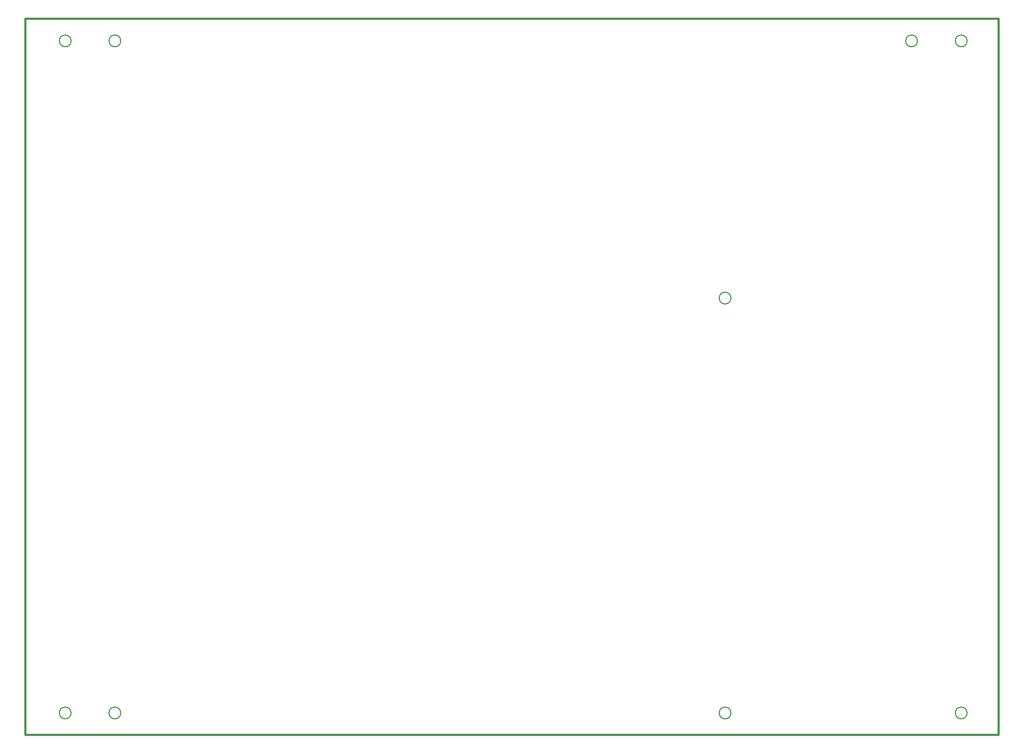
<source format=gko>
G04*
G04 #@! TF.GenerationSoftware,Altium Limited,Altium Designer,19.0.15 (446)*
G04*
G04 Layer_Color=16711935*
%FSLAX44Y44*%
%MOMM*%
G71*
G01*
G75*
%ADD10C,0.2540*%
%ADD40C,0.5080*%
D10*
X3452660Y1234240D02*
G03*
X3452660Y1234240I-13500J0D01*
G01*
X3881920Y1826260D02*
G03*
X3881920Y1826260I-13500J0D01*
G01*
X3996220D02*
G03*
X3996220Y1826260I-13500J0D01*
G01*
Y279200D02*
G03*
X3996220Y279200I-13500J0D01*
G01*
X3452660D02*
G03*
X3452660Y279200I-13500J0D01*
G01*
X2048040D02*
G03*
X2048040Y279200I-13500J0D01*
G01*
Y1826260D02*
G03*
X2048040Y1826260I-13500J0D01*
G01*
X1933740D02*
G03*
X1933740Y1826260I-13500J0D01*
G01*
Y279200D02*
G03*
X1933740Y279200I-13500J0D01*
G01*
D40*
X1828800Y228600D02*
Y1877060D01*
X4069080D01*
Y228600D02*
Y1877060D01*
X1902460Y228600D02*
X4069080D01*
X1828800D02*
X1902460D01*
M02*

</source>
